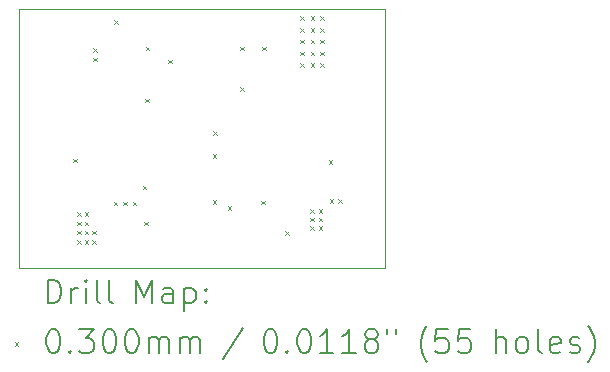
<source format=gbr>
%TF.GenerationSoftware,KiCad,Pcbnew,(7.0.0)*%
%TF.CreationDate,2023-02-17T23:27:10-08:00*%
%TF.ProjectId,seatalk_wifi,73656174-616c-46b5-9f77-6966692e6b69,rev?*%
%TF.SameCoordinates,Original*%
%TF.FileFunction,Drillmap*%
%TF.FilePolarity,Positive*%
%FSLAX45Y45*%
G04 Gerber Fmt 4.5, Leading zero omitted, Abs format (unit mm)*
G04 Created by KiCad (PCBNEW (7.0.0)) date 2023-02-17 23:27:10*
%MOMM*%
%LPD*%
G01*
G04 APERTURE LIST*
%ADD10C,0.050000*%
%ADD11C,0.200000*%
%ADD12C,0.030000*%
G04 APERTURE END LIST*
D10*
X12300000Y-11100000D02*
X12300000Y-8900000D01*
X15400000Y-11100000D02*
X12300000Y-11100000D01*
X15400000Y-8900000D02*
X15400000Y-11100000D01*
X12300000Y-8900000D02*
X15400000Y-8900000D01*
D11*
D12*
X12761200Y-10172940D02*
X12791200Y-10202940D01*
X12791200Y-10172940D02*
X12761200Y-10202940D01*
X12796000Y-10622720D02*
X12826000Y-10652720D01*
X12826000Y-10622720D02*
X12796000Y-10652720D01*
X12796000Y-10704000D02*
X12826000Y-10734000D01*
X12826000Y-10704000D02*
X12796000Y-10734000D01*
X12796000Y-10780728D02*
X12826000Y-10810728D01*
X12826000Y-10780728D02*
X12796000Y-10810728D01*
X12796000Y-10862008D02*
X12826000Y-10892008D01*
X12826000Y-10862008D02*
X12796000Y-10892008D01*
X12862000Y-10622720D02*
X12892000Y-10652720D01*
X12892000Y-10622720D02*
X12862000Y-10652720D01*
X12862000Y-10704000D02*
X12892000Y-10734000D01*
X12892000Y-10704000D02*
X12862000Y-10734000D01*
X12862000Y-10780728D02*
X12892000Y-10810728D01*
X12892000Y-10780728D02*
X12862000Y-10810728D01*
X12862000Y-10862008D02*
X12892000Y-10892008D01*
X12892000Y-10862008D02*
X12862000Y-10892008D01*
X12926000Y-10780720D02*
X12956000Y-10810720D01*
X12956000Y-10780720D02*
X12926000Y-10810720D01*
X12926000Y-10862000D02*
X12956000Y-10892000D01*
X12956000Y-10862000D02*
X12926000Y-10892000D01*
X12933920Y-9235680D02*
X12963920Y-9265680D01*
X12963920Y-9235680D02*
X12933920Y-9265680D01*
X12933920Y-9316960D02*
X12963920Y-9346960D01*
X12963920Y-9316960D02*
X12933920Y-9346960D01*
X13105000Y-10535000D02*
X13135000Y-10565000D01*
X13135000Y-10535000D02*
X13105000Y-10565000D01*
X13111720Y-8996920D02*
X13141720Y-9026920D01*
X13141720Y-8996920D02*
X13111720Y-9026920D01*
X13185000Y-10535000D02*
X13215000Y-10565000D01*
X13215000Y-10535000D02*
X13185000Y-10565000D01*
X13265000Y-10535000D02*
X13295000Y-10565000D01*
X13295000Y-10535000D02*
X13265000Y-10565000D01*
X13350480Y-10399000D02*
X13380480Y-10429000D01*
X13380480Y-10399000D02*
X13350480Y-10429000D01*
X13365000Y-10705000D02*
X13395000Y-10735000D01*
X13395000Y-10705000D02*
X13365000Y-10735000D01*
X13370800Y-9662400D02*
X13400800Y-9692400D01*
X13400800Y-9662400D02*
X13370800Y-9692400D01*
X13375000Y-9225000D02*
X13405000Y-9255000D01*
X13405000Y-9225000D02*
X13375000Y-9255000D01*
X13566380Y-9332200D02*
X13596380Y-9362200D01*
X13596380Y-9332200D02*
X13566380Y-9362200D01*
X13945000Y-10135000D02*
X13975000Y-10165000D01*
X13975000Y-10135000D02*
X13945000Y-10165000D01*
X13945000Y-10525000D02*
X13975000Y-10555000D01*
X13975000Y-10525000D02*
X13945000Y-10555000D01*
X13949920Y-9939260D02*
X13979920Y-9969260D01*
X13979920Y-9939260D02*
X13949920Y-9969260D01*
X14071840Y-10571720D02*
X14101840Y-10601720D01*
X14101840Y-10571720D02*
X14071840Y-10601720D01*
X14175000Y-9225000D02*
X14205000Y-9255000D01*
X14205000Y-9225000D02*
X14175000Y-9255000D01*
X14175000Y-9565000D02*
X14205000Y-9595000D01*
X14205000Y-9565000D02*
X14175000Y-9595000D01*
X14356320Y-10526000D02*
X14386320Y-10556000D01*
X14386320Y-10526000D02*
X14356320Y-10556000D01*
X14365000Y-9225000D02*
X14395000Y-9255000D01*
X14395000Y-9225000D02*
X14365000Y-9255000D01*
X14559520Y-10785080D02*
X14589520Y-10815080D01*
X14589520Y-10785080D02*
X14559520Y-10815080D01*
X14685000Y-8965000D02*
X14715000Y-8995000D01*
X14715000Y-8965000D02*
X14685000Y-8995000D01*
X14685000Y-9065000D02*
X14715000Y-9095000D01*
X14715000Y-9065000D02*
X14685000Y-9095000D01*
X14685000Y-9165000D02*
X14715000Y-9195000D01*
X14715000Y-9165000D02*
X14685000Y-9195000D01*
X14685000Y-9265000D02*
X14715000Y-9295000D01*
X14715000Y-9265000D02*
X14685000Y-9295000D01*
X14685000Y-9365000D02*
X14715000Y-9395000D01*
X14715000Y-9365000D02*
X14685000Y-9395000D01*
X14769880Y-10600000D02*
X14799880Y-10630000D01*
X14799880Y-10600000D02*
X14769880Y-10630000D01*
X14769880Y-10670000D02*
X14799880Y-10700000D01*
X14799880Y-10670000D02*
X14769880Y-10700000D01*
X14769880Y-10741000D02*
X14799880Y-10771000D01*
X14799880Y-10741000D02*
X14769880Y-10771000D01*
X14775000Y-8965000D02*
X14805000Y-8995000D01*
X14805000Y-8965000D02*
X14775000Y-8995000D01*
X14775000Y-9065000D02*
X14805000Y-9095000D01*
X14805000Y-9065000D02*
X14775000Y-9095000D01*
X14775000Y-9165000D02*
X14805000Y-9195000D01*
X14805000Y-9165000D02*
X14775000Y-9195000D01*
X14775000Y-9265000D02*
X14805000Y-9295000D01*
X14805000Y-9265000D02*
X14775000Y-9295000D01*
X14775000Y-9365000D02*
X14805000Y-9395000D01*
X14805000Y-9365000D02*
X14775000Y-9395000D01*
X14841000Y-10600000D02*
X14871000Y-10630000D01*
X14871000Y-10600000D02*
X14841000Y-10630000D01*
X14841000Y-10670000D02*
X14871000Y-10700000D01*
X14871000Y-10670000D02*
X14841000Y-10700000D01*
X14841000Y-10741000D02*
X14871000Y-10771000D01*
X14871000Y-10741000D02*
X14841000Y-10771000D01*
X14855000Y-8965000D02*
X14885000Y-8995000D01*
X14885000Y-8965000D02*
X14855000Y-8995000D01*
X14855000Y-9065000D02*
X14885000Y-9095000D01*
X14885000Y-9065000D02*
X14855000Y-9095000D01*
X14855000Y-9165000D02*
X14885000Y-9195000D01*
X14885000Y-9165000D02*
X14855000Y-9195000D01*
X14855000Y-9265000D02*
X14885000Y-9295000D01*
X14885000Y-9265000D02*
X14855000Y-9295000D01*
X14855000Y-9365000D02*
X14885000Y-9395000D01*
X14885000Y-9365000D02*
X14855000Y-9395000D01*
X14925000Y-10185000D02*
X14955000Y-10215000D01*
X14955000Y-10185000D02*
X14925000Y-10215000D01*
X14933880Y-10516000D02*
X14963880Y-10546000D01*
X14963880Y-10516000D02*
X14933880Y-10546000D01*
X15005000Y-10516000D02*
X15035000Y-10546000D01*
X15035000Y-10516000D02*
X15005000Y-10546000D01*
D11*
X12545119Y-11395976D02*
X12545119Y-11195976D01*
X12545119Y-11195976D02*
X12592738Y-11195976D01*
X12592738Y-11195976D02*
X12621309Y-11205500D01*
X12621309Y-11205500D02*
X12640357Y-11224548D01*
X12640357Y-11224548D02*
X12649881Y-11243595D01*
X12649881Y-11243595D02*
X12659405Y-11281690D01*
X12659405Y-11281690D02*
X12659405Y-11310262D01*
X12659405Y-11310262D02*
X12649881Y-11348357D01*
X12649881Y-11348357D02*
X12640357Y-11367405D01*
X12640357Y-11367405D02*
X12621309Y-11386452D01*
X12621309Y-11386452D02*
X12592738Y-11395976D01*
X12592738Y-11395976D02*
X12545119Y-11395976D01*
X12745119Y-11395976D02*
X12745119Y-11262643D01*
X12745119Y-11300738D02*
X12754643Y-11281690D01*
X12754643Y-11281690D02*
X12764167Y-11272167D01*
X12764167Y-11272167D02*
X12783214Y-11262643D01*
X12783214Y-11262643D02*
X12802262Y-11262643D01*
X12868928Y-11395976D02*
X12868928Y-11262643D01*
X12868928Y-11195976D02*
X12859405Y-11205500D01*
X12859405Y-11205500D02*
X12868928Y-11215024D01*
X12868928Y-11215024D02*
X12878452Y-11205500D01*
X12878452Y-11205500D02*
X12868928Y-11195976D01*
X12868928Y-11195976D02*
X12868928Y-11215024D01*
X12992738Y-11395976D02*
X12973690Y-11386452D01*
X12973690Y-11386452D02*
X12964167Y-11367405D01*
X12964167Y-11367405D02*
X12964167Y-11195976D01*
X13097500Y-11395976D02*
X13078452Y-11386452D01*
X13078452Y-11386452D02*
X13068928Y-11367405D01*
X13068928Y-11367405D02*
X13068928Y-11195976D01*
X13293690Y-11395976D02*
X13293690Y-11195976D01*
X13293690Y-11195976D02*
X13360357Y-11338833D01*
X13360357Y-11338833D02*
X13427024Y-11195976D01*
X13427024Y-11195976D02*
X13427024Y-11395976D01*
X13607976Y-11395976D02*
X13607976Y-11291214D01*
X13607976Y-11291214D02*
X13598452Y-11272167D01*
X13598452Y-11272167D02*
X13579405Y-11262643D01*
X13579405Y-11262643D02*
X13541309Y-11262643D01*
X13541309Y-11262643D02*
X13522262Y-11272167D01*
X13607976Y-11386452D02*
X13588928Y-11395976D01*
X13588928Y-11395976D02*
X13541309Y-11395976D01*
X13541309Y-11395976D02*
X13522262Y-11386452D01*
X13522262Y-11386452D02*
X13512738Y-11367405D01*
X13512738Y-11367405D02*
X13512738Y-11348357D01*
X13512738Y-11348357D02*
X13522262Y-11329309D01*
X13522262Y-11329309D02*
X13541309Y-11319786D01*
X13541309Y-11319786D02*
X13588928Y-11319786D01*
X13588928Y-11319786D02*
X13607976Y-11310262D01*
X13703214Y-11262643D02*
X13703214Y-11462643D01*
X13703214Y-11272167D02*
X13722262Y-11262643D01*
X13722262Y-11262643D02*
X13760357Y-11262643D01*
X13760357Y-11262643D02*
X13779405Y-11272167D01*
X13779405Y-11272167D02*
X13788928Y-11281690D01*
X13788928Y-11281690D02*
X13798452Y-11300738D01*
X13798452Y-11300738D02*
X13798452Y-11357881D01*
X13798452Y-11357881D02*
X13788928Y-11376928D01*
X13788928Y-11376928D02*
X13779405Y-11386452D01*
X13779405Y-11386452D02*
X13760357Y-11395976D01*
X13760357Y-11395976D02*
X13722262Y-11395976D01*
X13722262Y-11395976D02*
X13703214Y-11386452D01*
X13884167Y-11376928D02*
X13893690Y-11386452D01*
X13893690Y-11386452D02*
X13884167Y-11395976D01*
X13884167Y-11395976D02*
X13874643Y-11386452D01*
X13874643Y-11386452D02*
X13884167Y-11376928D01*
X13884167Y-11376928D02*
X13884167Y-11395976D01*
X13884167Y-11272167D02*
X13893690Y-11281690D01*
X13893690Y-11281690D02*
X13884167Y-11291214D01*
X13884167Y-11291214D02*
X13874643Y-11281690D01*
X13874643Y-11281690D02*
X13884167Y-11272167D01*
X13884167Y-11272167D02*
X13884167Y-11291214D01*
D12*
X12267500Y-11727500D02*
X12297500Y-11757500D01*
X12297500Y-11727500D02*
X12267500Y-11757500D01*
D11*
X12583214Y-11615976D02*
X12602262Y-11615976D01*
X12602262Y-11615976D02*
X12621309Y-11625500D01*
X12621309Y-11625500D02*
X12630833Y-11635024D01*
X12630833Y-11635024D02*
X12640357Y-11654071D01*
X12640357Y-11654071D02*
X12649881Y-11692167D01*
X12649881Y-11692167D02*
X12649881Y-11739786D01*
X12649881Y-11739786D02*
X12640357Y-11777881D01*
X12640357Y-11777881D02*
X12630833Y-11796928D01*
X12630833Y-11796928D02*
X12621309Y-11806452D01*
X12621309Y-11806452D02*
X12602262Y-11815976D01*
X12602262Y-11815976D02*
X12583214Y-11815976D01*
X12583214Y-11815976D02*
X12564167Y-11806452D01*
X12564167Y-11806452D02*
X12554643Y-11796928D01*
X12554643Y-11796928D02*
X12545119Y-11777881D01*
X12545119Y-11777881D02*
X12535595Y-11739786D01*
X12535595Y-11739786D02*
X12535595Y-11692167D01*
X12535595Y-11692167D02*
X12545119Y-11654071D01*
X12545119Y-11654071D02*
X12554643Y-11635024D01*
X12554643Y-11635024D02*
X12564167Y-11625500D01*
X12564167Y-11625500D02*
X12583214Y-11615976D01*
X12735595Y-11796928D02*
X12745119Y-11806452D01*
X12745119Y-11806452D02*
X12735595Y-11815976D01*
X12735595Y-11815976D02*
X12726071Y-11806452D01*
X12726071Y-11806452D02*
X12735595Y-11796928D01*
X12735595Y-11796928D02*
X12735595Y-11815976D01*
X12811786Y-11615976D02*
X12935595Y-11615976D01*
X12935595Y-11615976D02*
X12868928Y-11692167D01*
X12868928Y-11692167D02*
X12897500Y-11692167D01*
X12897500Y-11692167D02*
X12916548Y-11701690D01*
X12916548Y-11701690D02*
X12926071Y-11711214D01*
X12926071Y-11711214D02*
X12935595Y-11730262D01*
X12935595Y-11730262D02*
X12935595Y-11777881D01*
X12935595Y-11777881D02*
X12926071Y-11796928D01*
X12926071Y-11796928D02*
X12916548Y-11806452D01*
X12916548Y-11806452D02*
X12897500Y-11815976D01*
X12897500Y-11815976D02*
X12840357Y-11815976D01*
X12840357Y-11815976D02*
X12821309Y-11806452D01*
X12821309Y-11806452D02*
X12811786Y-11796928D01*
X13059405Y-11615976D02*
X13078452Y-11615976D01*
X13078452Y-11615976D02*
X13097500Y-11625500D01*
X13097500Y-11625500D02*
X13107024Y-11635024D01*
X13107024Y-11635024D02*
X13116548Y-11654071D01*
X13116548Y-11654071D02*
X13126071Y-11692167D01*
X13126071Y-11692167D02*
X13126071Y-11739786D01*
X13126071Y-11739786D02*
X13116548Y-11777881D01*
X13116548Y-11777881D02*
X13107024Y-11796928D01*
X13107024Y-11796928D02*
X13097500Y-11806452D01*
X13097500Y-11806452D02*
X13078452Y-11815976D01*
X13078452Y-11815976D02*
X13059405Y-11815976D01*
X13059405Y-11815976D02*
X13040357Y-11806452D01*
X13040357Y-11806452D02*
X13030833Y-11796928D01*
X13030833Y-11796928D02*
X13021309Y-11777881D01*
X13021309Y-11777881D02*
X13011786Y-11739786D01*
X13011786Y-11739786D02*
X13011786Y-11692167D01*
X13011786Y-11692167D02*
X13021309Y-11654071D01*
X13021309Y-11654071D02*
X13030833Y-11635024D01*
X13030833Y-11635024D02*
X13040357Y-11625500D01*
X13040357Y-11625500D02*
X13059405Y-11615976D01*
X13249881Y-11615976D02*
X13268929Y-11615976D01*
X13268929Y-11615976D02*
X13287976Y-11625500D01*
X13287976Y-11625500D02*
X13297500Y-11635024D01*
X13297500Y-11635024D02*
X13307024Y-11654071D01*
X13307024Y-11654071D02*
X13316548Y-11692167D01*
X13316548Y-11692167D02*
X13316548Y-11739786D01*
X13316548Y-11739786D02*
X13307024Y-11777881D01*
X13307024Y-11777881D02*
X13297500Y-11796928D01*
X13297500Y-11796928D02*
X13287976Y-11806452D01*
X13287976Y-11806452D02*
X13268929Y-11815976D01*
X13268929Y-11815976D02*
X13249881Y-11815976D01*
X13249881Y-11815976D02*
X13230833Y-11806452D01*
X13230833Y-11806452D02*
X13221309Y-11796928D01*
X13221309Y-11796928D02*
X13211786Y-11777881D01*
X13211786Y-11777881D02*
X13202262Y-11739786D01*
X13202262Y-11739786D02*
X13202262Y-11692167D01*
X13202262Y-11692167D02*
X13211786Y-11654071D01*
X13211786Y-11654071D02*
X13221309Y-11635024D01*
X13221309Y-11635024D02*
X13230833Y-11625500D01*
X13230833Y-11625500D02*
X13249881Y-11615976D01*
X13402262Y-11815976D02*
X13402262Y-11682643D01*
X13402262Y-11701690D02*
X13411786Y-11692167D01*
X13411786Y-11692167D02*
X13430833Y-11682643D01*
X13430833Y-11682643D02*
X13459405Y-11682643D01*
X13459405Y-11682643D02*
X13478452Y-11692167D01*
X13478452Y-11692167D02*
X13487976Y-11711214D01*
X13487976Y-11711214D02*
X13487976Y-11815976D01*
X13487976Y-11711214D02*
X13497500Y-11692167D01*
X13497500Y-11692167D02*
X13516548Y-11682643D01*
X13516548Y-11682643D02*
X13545119Y-11682643D01*
X13545119Y-11682643D02*
X13564167Y-11692167D01*
X13564167Y-11692167D02*
X13573690Y-11711214D01*
X13573690Y-11711214D02*
X13573690Y-11815976D01*
X13668929Y-11815976D02*
X13668929Y-11682643D01*
X13668929Y-11701690D02*
X13678452Y-11692167D01*
X13678452Y-11692167D02*
X13697500Y-11682643D01*
X13697500Y-11682643D02*
X13726071Y-11682643D01*
X13726071Y-11682643D02*
X13745119Y-11692167D01*
X13745119Y-11692167D02*
X13754643Y-11711214D01*
X13754643Y-11711214D02*
X13754643Y-11815976D01*
X13754643Y-11711214D02*
X13764167Y-11692167D01*
X13764167Y-11692167D02*
X13783214Y-11682643D01*
X13783214Y-11682643D02*
X13811786Y-11682643D01*
X13811786Y-11682643D02*
X13830833Y-11692167D01*
X13830833Y-11692167D02*
X13840357Y-11711214D01*
X13840357Y-11711214D02*
X13840357Y-11815976D01*
X14198452Y-11606452D02*
X14027024Y-11863595D01*
X14423214Y-11615976D02*
X14442262Y-11615976D01*
X14442262Y-11615976D02*
X14461310Y-11625500D01*
X14461310Y-11625500D02*
X14470833Y-11635024D01*
X14470833Y-11635024D02*
X14480357Y-11654071D01*
X14480357Y-11654071D02*
X14489881Y-11692167D01*
X14489881Y-11692167D02*
X14489881Y-11739786D01*
X14489881Y-11739786D02*
X14480357Y-11777881D01*
X14480357Y-11777881D02*
X14470833Y-11796928D01*
X14470833Y-11796928D02*
X14461310Y-11806452D01*
X14461310Y-11806452D02*
X14442262Y-11815976D01*
X14442262Y-11815976D02*
X14423214Y-11815976D01*
X14423214Y-11815976D02*
X14404167Y-11806452D01*
X14404167Y-11806452D02*
X14394643Y-11796928D01*
X14394643Y-11796928D02*
X14385119Y-11777881D01*
X14385119Y-11777881D02*
X14375595Y-11739786D01*
X14375595Y-11739786D02*
X14375595Y-11692167D01*
X14375595Y-11692167D02*
X14385119Y-11654071D01*
X14385119Y-11654071D02*
X14394643Y-11635024D01*
X14394643Y-11635024D02*
X14404167Y-11625500D01*
X14404167Y-11625500D02*
X14423214Y-11615976D01*
X14575595Y-11796928D02*
X14585119Y-11806452D01*
X14585119Y-11806452D02*
X14575595Y-11815976D01*
X14575595Y-11815976D02*
X14566071Y-11806452D01*
X14566071Y-11806452D02*
X14575595Y-11796928D01*
X14575595Y-11796928D02*
X14575595Y-11815976D01*
X14708929Y-11615976D02*
X14727976Y-11615976D01*
X14727976Y-11615976D02*
X14747024Y-11625500D01*
X14747024Y-11625500D02*
X14756548Y-11635024D01*
X14756548Y-11635024D02*
X14766071Y-11654071D01*
X14766071Y-11654071D02*
X14775595Y-11692167D01*
X14775595Y-11692167D02*
X14775595Y-11739786D01*
X14775595Y-11739786D02*
X14766071Y-11777881D01*
X14766071Y-11777881D02*
X14756548Y-11796928D01*
X14756548Y-11796928D02*
X14747024Y-11806452D01*
X14747024Y-11806452D02*
X14727976Y-11815976D01*
X14727976Y-11815976D02*
X14708929Y-11815976D01*
X14708929Y-11815976D02*
X14689881Y-11806452D01*
X14689881Y-11806452D02*
X14680357Y-11796928D01*
X14680357Y-11796928D02*
X14670833Y-11777881D01*
X14670833Y-11777881D02*
X14661310Y-11739786D01*
X14661310Y-11739786D02*
X14661310Y-11692167D01*
X14661310Y-11692167D02*
X14670833Y-11654071D01*
X14670833Y-11654071D02*
X14680357Y-11635024D01*
X14680357Y-11635024D02*
X14689881Y-11625500D01*
X14689881Y-11625500D02*
X14708929Y-11615976D01*
X14966071Y-11815976D02*
X14851786Y-11815976D01*
X14908929Y-11815976D02*
X14908929Y-11615976D01*
X14908929Y-11615976D02*
X14889881Y-11644548D01*
X14889881Y-11644548D02*
X14870833Y-11663595D01*
X14870833Y-11663595D02*
X14851786Y-11673119D01*
X15156548Y-11815976D02*
X15042262Y-11815976D01*
X15099405Y-11815976D02*
X15099405Y-11615976D01*
X15099405Y-11615976D02*
X15080357Y-11644548D01*
X15080357Y-11644548D02*
X15061310Y-11663595D01*
X15061310Y-11663595D02*
X15042262Y-11673119D01*
X15270833Y-11701690D02*
X15251786Y-11692167D01*
X15251786Y-11692167D02*
X15242262Y-11682643D01*
X15242262Y-11682643D02*
X15232738Y-11663595D01*
X15232738Y-11663595D02*
X15232738Y-11654071D01*
X15232738Y-11654071D02*
X15242262Y-11635024D01*
X15242262Y-11635024D02*
X15251786Y-11625500D01*
X15251786Y-11625500D02*
X15270833Y-11615976D01*
X15270833Y-11615976D02*
X15308929Y-11615976D01*
X15308929Y-11615976D02*
X15327976Y-11625500D01*
X15327976Y-11625500D02*
X15337500Y-11635024D01*
X15337500Y-11635024D02*
X15347024Y-11654071D01*
X15347024Y-11654071D02*
X15347024Y-11663595D01*
X15347024Y-11663595D02*
X15337500Y-11682643D01*
X15337500Y-11682643D02*
X15327976Y-11692167D01*
X15327976Y-11692167D02*
X15308929Y-11701690D01*
X15308929Y-11701690D02*
X15270833Y-11701690D01*
X15270833Y-11701690D02*
X15251786Y-11711214D01*
X15251786Y-11711214D02*
X15242262Y-11720738D01*
X15242262Y-11720738D02*
X15232738Y-11739786D01*
X15232738Y-11739786D02*
X15232738Y-11777881D01*
X15232738Y-11777881D02*
X15242262Y-11796928D01*
X15242262Y-11796928D02*
X15251786Y-11806452D01*
X15251786Y-11806452D02*
X15270833Y-11815976D01*
X15270833Y-11815976D02*
X15308929Y-11815976D01*
X15308929Y-11815976D02*
X15327976Y-11806452D01*
X15327976Y-11806452D02*
X15337500Y-11796928D01*
X15337500Y-11796928D02*
X15347024Y-11777881D01*
X15347024Y-11777881D02*
X15347024Y-11739786D01*
X15347024Y-11739786D02*
X15337500Y-11720738D01*
X15337500Y-11720738D02*
X15327976Y-11711214D01*
X15327976Y-11711214D02*
X15308929Y-11701690D01*
X15423214Y-11615976D02*
X15423214Y-11654071D01*
X15499405Y-11615976D02*
X15499405Y-11654071D01*
X15762262Y-11892167D02*
X15752738Y-11882643D01*
X15752738Y-11882643D02*
X15733691Y-11854071D01*
X15733691Y-11854071D02*
X15724167Y-11835024D01*
X15724167Y-11835024D02*
X15714643Y-11806452D01*
X15714643Y-11806452D02*
X15705119Y-11758833D01*
X15705119Y-11758833D02*
X15705119Y-11720738D01*
X15705119Y-11720738D02*
X15714643Y-11673119D01*
X15714643Y-11673119D02*
X15724167Y-11644548D01*
X15724167Y-11644548D02*
X15733691Y-11625500D01*
X15733691Y-11625500D02*
X15752738Y-11596928D01*
X15752738Y-11596928D02*
X15762262Y-11587405D01*
X15933691Y-11615976D02*
X15838452Y-11615976D01*
X15838452Y-11615976D02*
X15828929Y-11711214D01*
X15828929Y-11711214D02*
X15838452Y-11701690D01*
X15838452Y-11701690D02*
X15857500Y-11692167D01*
X15857500Y-11692167D02*
X15905119Y-11692167D01*
X15905119Y-11692167D02*
X15924167Y-11701690D01*
X15924167Y-11701690D02*
X15933691Y-11711214D01*
X15933691Y-11711214D02*
X15943214Y-11730262D01*
X15943214Y-11730262D02*
X15943214Y-11777881D01*
X15943214Y-11777881D02*
X15933691Y-11796928D01*
X15933691Y-11796928D02*
X15924167Y-11806452D01*
X15924167Y-11806452D02*
X15905119Y-11815976D01*
X15905119Y-11815976D02*
X15857500Y-11815976D01*
X15857500Y-11815976D02*
X15838452Y-11806452D01*
X15838452Y-11806452D02*
X15828929Y-11796928D01*
X16124167Y-11615976D02*
X16028929Y-11615976D01*
X16028929Y-11615976D02*
X16019405Y-11711214D01*
X16019405Y-11711214D02*
X16028929Y-11701690D01*
X16028929Y-11701690D02*
X16047976Y-11692167D01*
X16047976Y-11692167D02*
X16095595Y-11692167D01*
X16095595Y-11692167D02*
X16114643Y-11701690D01*
X16114643Y-11701690D02*
X16124167Y-11711214D01*
X16124167Y-11711214D02*
X16133691Y-11730262D01*
X16133691Y-11730262D02*
X16133691Y-11777881D01*
X16133691Y-11777881D02*
X16124167Y-11796928D01*
X16124167Y-11796928D02*
X16114643Y-11806452D01*
X16114643Y-11806452D02*
X16095595Y-11815976D01*
X16095595Y-11815976D02*
X16047976Y-11815976D01*
X16047976Y-11815976D02*
X16028929Y-11806452D01*
X16028929Y-11806452D02*
X16019405Y-11796928D01*
X16339405Y-11815976D02*
X16339405Y-11615976D01*
X16425119Y-11815976D02*
X16425119Y-11711214D01*
X16425119Y-11711214D02*
X16415595Y-11692167D01*
X16415595Y-11692167D02*
X16396548Y-11682643D01*
X16396548Y-11682643D02*
X16367976Y-11682643D01*
X16367976Y-11682643D02*
X16348929Y-11692167D01*
X16348929Y-11692167D02*
X16339405Y-11701690D01*
X16548929Y-11815976D02*
X16529881Y-11806452D01*
X16529881Y-11806452D02*
X16520357Y-11796928D01*
X16520357Y-11796928D02*
X16510833Y-11777881D01*
X16510833Y-11777881D02*
X16510833Y-11720738D01*
X16510833Y-11720738D02*
X16520357Y-11701690D01*
X16520357Y-11701690D02*
X16529881Y-11692167D01*
X16529881Y-11692167D02*
X16548929Y-11682643D01*
X16548929Y-11682643D02*
X16577500Y-11682643D01*
X16577500Y-11682643D02*
X16596548Y-11692167D01*
X16596548Y-11692167D02*
X16606072Y-11701690D01*
X16606072Y-11701690D02*
X16615595Y-11720738D01*
X16615595Y-11720738D02*
X16615595Y-11777881D01*
X16615595Y-11777881D02*
X16606072Y-11796928D01*
X16606072Y-11796928D02*
X16596548Y-11806452D01*
X16596548Y-11806452D02*
X16577500Y-11815976D01*
X16577500Y-11815976D02*
X16548929Y-11815976D01*
X16729881Y-11815976D02*
X16710833Y-11806452D01*
X16710833Y-11806452D02*
X16701310Y-11787405D01*
X16701310Y-11787405D02*
X16701310Y-11615976D01*
X16882262Y-11806452D02*
X16863215Y-11815976D01*
X16863215Y-11815976D02*
X16825119Y-11815976D01*
X16825119Y-11815976D02*
X16806072Y-11806452D01*
X16806072Y-11806452D02*
X16796548Y-11787405D01*
X16796548Y-11787405D02*
X16796548Y-11711214D01*
X16796548Y-11711214D02*
X16806072Y-11692167D01*
X16806072Y-11692167D02*
X16825119Y-11682643D01*
X16825119Y-11682643D02*
X16863215Y-11682643D01*
X16863215Y-11682643D02*
X16882262Y-11692167D01*
X16882262Y-11692167D02*
X16891786Y-11711214D01*
X16891786Y-11711214D02*
X16891786Y-11730262D01*
X16891786Y-11730262D02*
X16796548Y-11749309D01*
X16967976Y-11806452D02*
X16987024Y-11815976D01*
X16987024Y-11815976D02*
X17025119Y-11815976D01*
X17025119Y-11815976D02*
X17044167Y-11806452D01*
X17044167Y-11806452D02*
X17053691Y-11787405D01*
X17053691Y-11787405D02*
X17053691Y-11777881D01*
X17053691Y-11777881D02*
X17044167Y-11758833D01*
X17044167Y-11758833D02*
X17025119Y-11749309D01*
X17025119Y-11749309D02*
X16996548Y-11749309D01*
X16996548Y-11749309D02*
X16977500Y-11739786D01*
X16977500Y-11739786D02*
X16967976Y-11720738D01*
X16967976Y-11720738D02*
X16967976Y-11711214D01*
X16967976Y-11711214D02*
X16977500Y-11692167D01*
X16977500Y-11692167D02*
X16996548Y-11682643D01*
X16996548Y-11682643D02*
X17025119Y-11682643D01*
X17025119Y-11682643D02*
X17044167Y-11692167D01*
X17120357Y-11892167D02*
X17129881Y-11882643D01*
X17129881Y-11882643D02*
X17148929Y-11854071D01*
X17148929Y-11854071D02*
X17158453Y-11835024D01*
X17158453Y-11835024D02*
X17167976Y-11806452D01*
X17167976Y-11806452D02*
X17177500Y-11758833D01*
X17177500Y-11758833D02*
X17177500Y-11720738D01*
X17177500Y-11720738D02*
X17167976Y-11673119D01*
X17167976Y-11673119D02*
X17158453Y-11644548D01*
X17158453Y-11644548D02*
X17148929Y-11625500D01*
X17148929Y-11625500D02*
X17129881Y-11596928D01*
X17129881Y-11596928D02*
X17120357Y-11587405D01*
M02*

</source>
